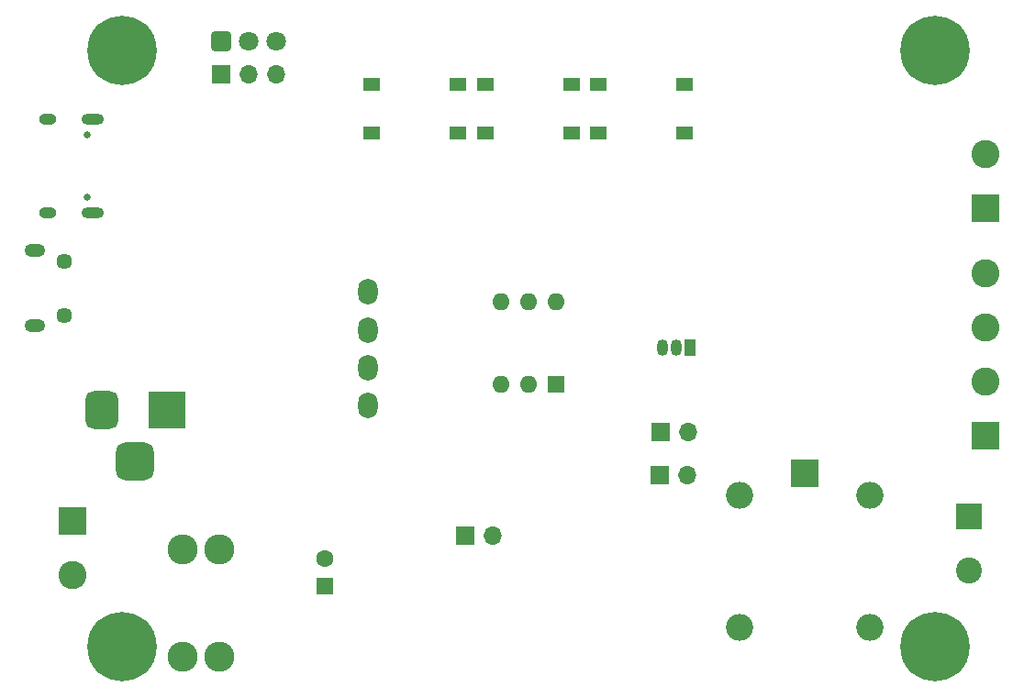
<source format=gbr>
G04 #@! TF.GenerationSoftware,KiCad,Pcbnew,(7.0.0)*
G04 #@! TF.CreationDate,2023-03-27T00:55:10+02:00*
G04 #@! TF.ProjectId,LuminX WLED,4c756d69-6e58-4205-974c-45442e6b6963,1.0*
G04 #@! TF.SameCoordinates,Original*
G04 #@! TF.FileFunction,Soldermask,Bot*
G04 #@! TF.FilePolarity,Negative*
%FSLAX46Y46*%
G04 Gerber Fmt 4.6, Leading zero omitted, Abs format (unit mm)*
G04 Created by KiCad (PCBNEW (7.0.0)) date 2023-03-27 00:55:10*
%MOMM*%
%LPD*%
G01*
G04 APERTURE LIST*
G04 Aperture macros list*
%AMRoundRect*
0 Rectangle with rounded corners*
0 $1 Rounding radius*
0 $2 $3 $4 $5 $6 $7 $8 $9 X,Y pos of 4 corners*
0 Add a 4 corners polygon primitive as box body*
4,1,4,$2,$3,$4,$5,$6,$7,$8,$9,$2,$3,0*
0 Add four circle primitives for the rounded corners*
1,1,$1+$1,$2,$3*
1,1,$1+$1,$4,$5*
1,1,$1+$1,$6,$7*
1,1,$1+$1,$8,$9*
0 Add four rect primitives between the rounded corners*
20,1,$1+$1,$2,$3,$4,$5,0*
20,1,$1+$1,$4,$5,$6,$7,0*
20,1,$1+$1,$6,$7,$8,$9,0*
20,1,$1+$1,$8,$9,$2,$3,0*%
G04 Aperture macros list end*
%ADD10R,2.500000X2.500000*%
%ADD11O,2.500000X2.500000*%
%ADD12R,1.700000X1.700000*%
%ADD13O,1.700000X1.700000*%
%ADD14C,0.800000*%
%ADD15C,6.400000*%
%ADD16R,2.400000X2.400000*%
%ADD17C,2.400000*%
%ADD18O,1.800000X2.400000*%
%ADD19C,0.650000*%
%ADD20O,2.100000X1.000000*%
%ADD21O,1.600000X1.000000*%
%ADD22C,2.780000*%
%ADD23R,2.600000X2.600000*%
%ADD24C,2.600000*%
%ADD25R,3.500000X3.500000*%
%ADD26RoundRect,0.750000X-0.750000X-1.000000X0.750000X-1.000000X0.750000X1.000000X-0.750000X1.000000X0*%
%ADD27RoundRect,0.875000X-0.875000X-0.875000X0.875000X-0.875000X0.875000X0.875000X-0.875000X0.875000X0*%
%ADD28R,1.600000X1.600000*%
%ADD29C,1.600000*%
%ADD30O,1.900000X1.200000*%
%ADD31C,1.450000*%
%ADD32R,1.050000X1.500000*%
%ADD33O,1.050000X1.500000*%
%ADD34R,1.550000X1.300000*%
%ADD35RoundRect,0.250200X-0.649800X-0.649800X0.649800X-0.649800X0.649800X0.649800X-0.649800X0.649800X0*%
%ADD36C,1.800000*%
%ADD37O,1.600000X1.600000*%
G04 APERTURE END LIST*
D10*
X165799998Y-114349999D03*
D11*
X159799998Y-116349999D03*
X159799998Y-128549999D03*
X171799998Y-128549999D03*
X171799998Y-116349999D03*
D12*
X111974999Y-77499999D03*
D13*
X114514999Y-77499999D03*
X117054999Y-77499999D03*
D14*
X175399999Y-130350000D03*
X176102943Y-128652944D03*
X176102943Y-132047056D03*
X177799999Y-127950000D03*
D15*
X177799999Y-130350000D03*
D14*
X177799999Y-132750000D03*
X179497055Y-128652944D03*
X179497055Y-132047056D03*
X180199999Y-130350000D03*
D12*
X134499999Y-120099999D03*
D13*
X137039999Y-120099999D03*
D16*
X180999999Y-118349999D03*
D17*
X181000000Y-123350000D03*
D18*
X125499998Y-97599999D03*
D19*
X99600000Y-83110000D03*
X99600000Y-88890000D03*
D20*
X100129999Y-81679999D03*
D21*
X95949999Y-81679999D03*
D20*
X100129999Y-90319999D03*
D21*
X95949999Y-90319999D03*
D22*
X111799999Y-121350000D03*
X108399999Y-121350000D03*
X111799999Y-131270000D03*
X108399999Y-131270000D03*
D14*
X100399999Y-75350000D03*
X101102943Y-73652944D03*
X101102943Y-77047056D03*
X102799999Y-72950000D03*
D15*
X102799999Y-75350000D03*
D14*
X102799999Y-77750000D03*
X104497055Y-73652944D03*
X104497055Y-77047056D03*
X105199999Y-75350000D03*
D18*
X125499998Y-108099999D03*
D23*
X182499999Y-110849999D03*
D24*
X182500000Y-105850000D03*
X182500000Y-100850000D03*
X182500000Y-95850000D03*
D25*
X106999999Y-108542499D03*
D26*
X101000000Y-108542500D03*
D27*
X104000000Y-113242500D03*
D12*
X152499999Y-110499999D03*
D13*
X155039999Y-110499999D03*
D23*
X98249999Y-118749999D03*
D24*
X98250000Y-123750000D03*
D18*
X125499998Y-101099999D03*
D28*
X121499998Y-124732379D03*
D29*
X121499999Y-122232380D03*
D30*
X94762499Y-93749999D03*
D31*
X97462500Y-94750000D03*
X97462500Y-99750000D03*
D30*
X94762499Y-100749999D03*
D14*
X100399999Y-130350000D03*
X101102943Y-128652944D03*
X101102943Y-132047056D03*
X102799999Y-127950000D03*
D15*
X102799999Y-130350000D03*
D14*
X102799999Y-132750000D03*
X104497055Y-128652944D03*
X104497055Y-132047056D03*
X105199999Y-130350000D03*
X175399999Y-75350000D03*
X176102943Y-73652944D03*
X176102943Y-77047056D03*
X177799999Y-72950000D03*
D15*
X177799999Y-75350000D03*
D14*
X177799999Y-77750000D03*
X179497055Y-73652944D03*
X179497055Y-77047056D03*
X180199999Y-75350000D03*
D23*
X182499999Y-89849999D03*
D24*
X182500000Y-84850000D03*
D18*
X125499999Y-104599999D03*
D12*
X152459999Y-114499999D03*
D13*
X154999999Y-114499999D03*
D32*
X155269999Y-102709999D03*
D33*
X153999999Y-102709999D03*
X152729999Y-102709999D03*
D34*
X125819998Y-82949999D03*
X133779998Y-82949999D03*
X125819998Y-78449999D03*
X133779998Y-78449999D03*
X136319998Y-82949999D03*
X144279998Y-82949999D03*
X136319998Y-78449999D03*
X144279998Y-78449999D03*
D35*
X112000000Y-74500000D03*
D36*
X114540000Y-74500000D03*
X117080000Y-74500000D03*
D28*
X142849998Y-106149999D03*
D37*
X140309998Y-106149999D03*
X137769998Y-106149999D03*
X137769998Y-98529999D03*
X140309998Y-98529999D03*
X142849998Y-98529999D03*
D34*
X146799998Y-82949999D03*
X154759998Y-82949999D03*
X146799998Y-78449999D03*
X154759998Y-78449999D03*
M02*

</source>
